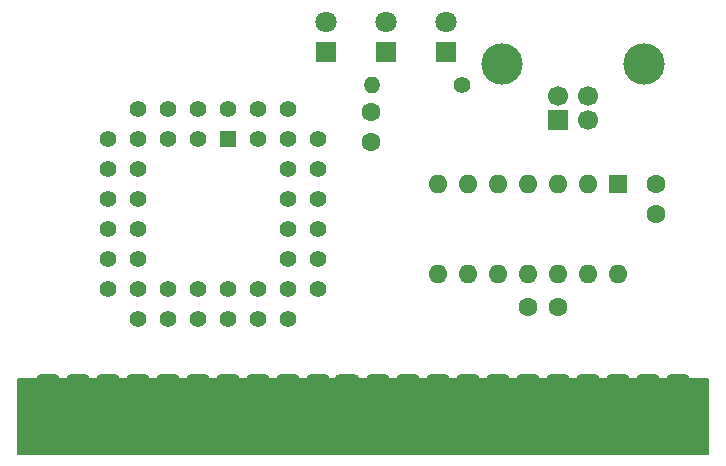
<source format=gbr>
%TF.GenerationSoftware,KiCad,Pcbnew,7.0.10*%
%TF.CreationDate,2024-01-06T19:24:24+00:00*%
%TF.ProjectId,v1a,7631612e-6b69-4636-9164-5f7063625858,rev?*%
%TF.SameCoordinates,Original*%
%TF.FileFunction,Soldermask,Bot*%
%TF.FilePolarity,Negative*%
%FSLAX46Y46*%
G04 Gerber Fmt 4.6, Leading zero omitted, Abs format (unit mm)*
G04 Created by KiCad (PCBNEW 7.0.10) date 2024-01-06 19:24:24*
%MOMM*%
%LPD*%
G01*
G04 APERTURE LIST*
G04 Aperture macros list*
%AMRoundRect*
0 Rectangle with rounded corners*
0 $1 Rounding radius*
0 $2 $3 $4 $5 $6 $7 $8 $9 X,Y pos of 4 corners*
0 Add a 4 corners polygon primitive as box body*
4,1,4,$2,$3,$4,$5,$6,$7,$8,$9,$2,$3,0*
0 Add four circle primitives for the rounded corners*
1,1,$1+$1,$2,$3*
1,1,$1+$1,$4,$5*
1,1,$1+$1,$6,$7*
1,1,$1+$1,$8,$9*
0 Add four rect primitives between the rounded corners*
20,1,$1+$1,$2,$3,$4,$5,0*
20,1,$1+$1,$4,$5,$6,$7,0*
20,1,$1+$1,$6,$7,$8,$9,0*
20,1,$1+$1,$8,$9,$2,$3,0*%
G04 Aperture macros list end*
%ADD10C,0.150000*%
%ADD11R,1.600000X1.600000*%
%ADD12O,1.600000X1.600000*%
%ADD13C,1.600000*%
%ADD14R,1.422400X1.422400*%
%ADD15C,1.422400*%
%ADD16C,1.400000*%
%ADD17O,1.400000X1.400000*%
%ADD18R,1.800000X1.800000*%
%ADD19C,1.800000*%
%ADD20RoundRect,0.508000X-0.508000X-2.464500X0.508000X-2.464500X0.508000X2.464500X-0.508000X2.464500X0*%
%ADD21RoundRect,0.508000X-0.508000X-2.468000X0.508000X-2.468000X0.508000X2.468000X-0.508000X2.468000X0*%
%ADD22RoundRect,0.539750X-0.539750X-2.436250X0.539750X-2.436250X0.539750X2.436250X-0.539750X2.436250X0*%
%ADD23R,1.700000X1.700000*%
%ADD24C,1.700000*%
%ADD25C,3.500000*%
G04 APERTURE END LIST*
D10*
X40640000Y-88900000D02*
X99060000Y-88900000D01*
X99060000Y-95250000D01*
X40640000Y-95250000D01*
X40640000Y-88900000D01*
G36*
X40640000Y-88900000D02*
G01*
X99060000Y-88900000D01*
X99060000Y-95250000D01*
X40640000Y-95250000D01*
X40640000Y-88900000D01*
G37*
D11*
%TO.C,U2*%
X91440000Y-72390000D03*
D12*
X88900000Y-72390000D03*
X86360000Y-72390000D03*
X83820000Y-72390000D03*
X81280000Y-72390000D03*
X78740000Y-72390000D03*
X76200000Y-72390000D03*
X76200000Y-80010000D03*
X78740000Y-80010000D03*
X81280000Y-80010000D03*
X83820000Y-80010000D03*
X86360000Y-80010000D03*
X88900000Y-80010000D03*
X91440000Y-80010000D03*
%TD*%
D13*
%TO.C,C1*%
X94615000Y-74890000D03*
X94615000Y-72390000D03*
%TD*%
%TO.C,C3*%
X70485000Y-66314000D03*
X70485000Y-68814000D03*
%TD*%
D14*
%TO.C,U1*%
X58420000Y-68580000D03*
D15*
X55880000Y-66040000D03*
X55880000Y-68580000D03*
X53340000Y-66040000D03*
X53340000Y-68580000D03*
X50800000Y-66040000D03*
X48260000Y-68580000D03*
X50800000Y-68580000D03*
X48260000Y-71120000D03*
X50800000Y-71120000D03*
X48260000Y-73660000D03*
X50800000Y-73660000D03*
X48260000Y-76200000D03*
X50800000Y-76200000D03*
X48260000Y-78740000D03*
X50800000Y-78740000D03*
X48260000Y-81280000D03*
X50800000Y-83820000D03*
X50800000Y-81280000D03*
X53340000Y-83820000D03*
X53340000Y-81280000D03*
X55880000Y-83820000D03*
X55880000Y-81280000D03*
X58420000Y-83820000D03*
X58420000Y-81280000D03*
X60960000Y-83820000D03*
X60960000Y-81280000D03*
X63500000Y-83820000D03*
X66040000Y-81280000D03*
X63500000Y-81280000D03*
X66040000Y-78740000D03*
X63500000Y-78740000D03*
X66040000Y-76200000D03*
X63500000Y-76200000D03*
X66040000Y-73660000D03*
X63500000Y-73660000D03*
X66040000Y-71120000D03*
X63500000Y-71120000D03*
X66040000Y-68580000D03*
X63500000Y-66040000D03*
X63500000Y-68580000D03*
X60960000Y-66040000D03*
X60960000Y-68580000D03*
X58420000Y-66040000D03*
%TD*%
D13*
%TO.C,C2*%
X83820000Y-82804000D03*
X86320000Y-82804000D03*
%TD*%
D16*
%TO.C,R1*%
X78232000Y-64008000D03*
D17*
X70612000Y-64008000D03*
%TD*%
D18*
%TO.C,D1*%
X71755000Y-61214000D03*
D19*
X71755000Y-58674000D03*
%TD*%
D20*
%TO.C,J1*%
X43180000Y-91440000D03*
X45720000Y-91440000D03*
X48260000Y-91440000D03*
X50800000Y-91440000D03*
X53340000Y-91440000D03*
D21*
X55880000Y-91443500D03*
D20*
X58420000Y-91440000D03*
X60960000Y-91440000D03*
X63500000Y-91440000D03*
X66040000Y-91440000D03*
D22*
X68516500Y-91443500D03*
D20*
X71120000Y-91440000D03*
X73660000Y-91440000D03*
X76200000Y-91440000D03*
X78740000Y-91440000D03*
X81280000Y-91440000D03*
D21*
X83820000Y-91443500D03*
D20*
X86360000Y-91440000D03*
X88900000Y-91440000D03*
X91440000Y-91440000D03*
D21*
X93980000Y-91443500D03*
D20*
X96520000Y-91440000D03*
%TD*%
D18*
%TO.C,D2*%
X76835000Y-61214000D03*
D19*
X76835000Y-58674000D03*
%TD*%
D18*
%TO.C,D3*%
X66675000Y-61214000D03*
D19*
X66675000Y-58674000D03*
%TD*%
D23*
%TO.C,J2*%
X86360000Y-66940000D03*
D24*
X88860000Y-66940000D03*
X88860000Y-64940000D03*
X86360000Y-64940000D03*
D25*
X81590000Y-62230000D03*
X93630000Y-62230000D03*
%TD*%
M02*

</source>
